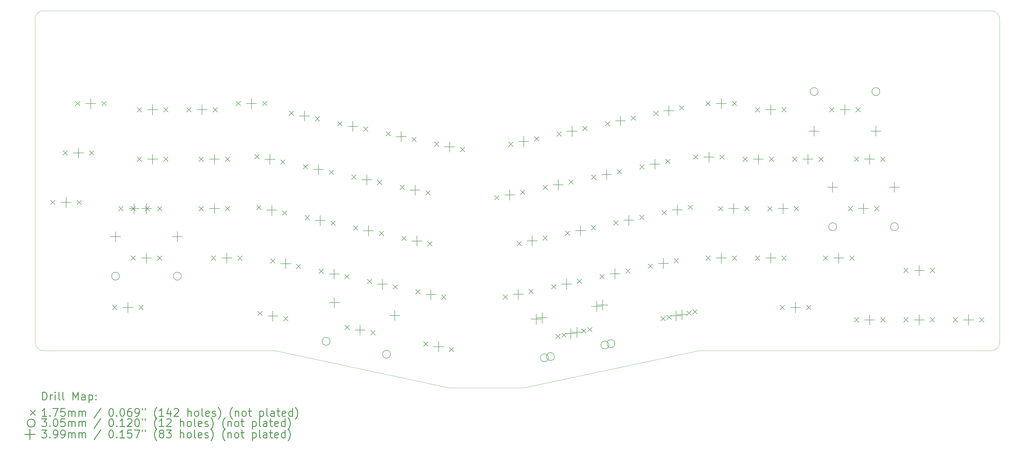
<source format=gbr>
%FSLAX45Y45*%
G04 Gerber Fmt 4.5, Leading zero omitted, Abs format (unit mm)*
G04 Created by KiCad (PCBNEW (5.1.6)-1) date 2020-09-04 21:54:14*
%MOMM*%
%LPD*%
G01*
G04 APERTURE LIST*
%TA.AperFunction,Profile*%
%ADD10C,0.050000*%
%TD*%
%ADD11C,0.200000*%
%ADD12C,0.300000*%
G04 APERTURE END LIST*
D10*
X2540000Y-8334375D02*
G75*
G02*
X2857500Y-8016875I317500J0D01*
G01*
X18494375Y-22542500D02*
X21351875Y-22542500D01*
X2857500Y-21113750D02*
G75*
G02*
X2540000Y-20796250I0J317500D01*
G01*
X39687500Y-20796250D02*
G75*
G02*
X39370000Y-21113750I-317500J0D01*
G01*
X39370000Y-8016875D02*
G75*
G02*
X39687500Y-8334375I0J-317500D01*
G01*
X28098750Y-21113750D02*
X21351875Y-22542500D01*
X39370000Y-21113750D02*
X28098750Y-21113750D01*
X11782425Y-21113750D02*
X18494375Y-22542500D01*
X2857500Y-21113750D02*
X11782425Y-21113750D01*
X39687500Y-8334375D02*
X39687500Y-20796250D01*
X2857500Y-8016875D02*
X39370000Y-8016875D01*
X2540000Y-8334375D02*
X2540000Y-20796250D01*
D11*
X16661042Y-16692380D02*
X16836042Y-16867380D01*
X16836042Y-16692380D02*
X16661042Y-16867380D01*
X17654840Y-16903618D02*
X17829840Y-17078618D01*
X17829840Y-16903618D02*
X17654840Y-17078618D01*
X6230750Y-17454375D02*
X6405750Y-17629375D01*
X6405750Y-17454375D02*
X6230750Y-17629375D01*
X7246750Y-17454375D02*
X7421750Y-17629375D01*
X7421750Y-17454375D02*
X7246750Y-17629375D01*
X22963397Y-16499676D02*
X23138397Y-16674676D01*
X23138397Y-16499676D02*
X22963397Y-16674676D01*
X23957195Y-16288438D02*
X24132195Y-16463438D01*
X24132195Y-16288438D02*
X23957195Y-16463438D01*
X11606542Y-17565572D02*
X11781542Y-17740572D01*
X11781542Y-17565572D02*
X11606542Y-17740572D01*
X12600340Y-17776810D02*
X12775340Y-17951810D01*
X12775340Y-17776810D02*
X12600340Y-17951810D01*
X22637096Y-12673916D02*
X22812096Y-12848916D01*
X22812096Y-12673916D02*
X22637096Y-12848916D01*
X23630894Y-12462678D02*
X23805894Y-12637678D01*
X23805894Y-12462678D02*
X23630894Y-12637678D01*
X16055657Y-12668584D02*
X16230657Y-12843584D01*
X16230657Y-12668584D02*
X16055657Y-12843584D01*
X17049455Y-12879822D02*
X17224455Y-13054822D01*
X17224455Y-12879822D02*
X17049455Y-13054822D01*
X6230750Y-15549375D02*
X6405750Y-15724375D01*
X6405750Y-15549375D02*
X6230750Y-15724375D01*
X7246750Y-15549375D02*
X7421750Y-15724375D01*
X7421750Y-15549375D02*
X7246750Y-15724375D01*
X35996375Y-17930625D02*
X36171375Y-18105625D01*
X36171375Y-17930625D02*
X35996375Y-18105625D01*
X37012375Y-17930625D02*
X37187375Y-18105625D01*
X37187375Y-17930625D02*
X37012375Y-18105625D01*
X5516375Y-19359375D02*
X5691375Y-19534375D01*
X5691375Y-19359375D02*
X5516375Y-19534375D01*
X6532375Y-19359375D02*
X6707375Y-19534375D01*
X6707375Y-19359375D02*
X6532375Y-19534375D01*
X12934300Y-15900237D02*
X13109300Y-16075237D01*
X13109300Y-15900237D02*
X12934300Y-16075237D01*
X13928098Y-16111475D02*
X14103098Y-16286475D01*
X14103098Y-16111475D02*
X13928098Y-16286475D01*
X30757625Y-15549375D02*
X30932625Y-15724375D01*
X30932625Y-15549375D02*
X30757625Y-15724375D01*
X31773625Y-15549375D02*
X31948625Y-15724375D01*
X31948625Y-15549375D02*
X31773625Y-15724375D01*
X30281375Y-17454375D02*
X30456375Y-17629375D01*
X30456375Y-17454375D02*
X30281375Y-17629375D01*
X31297375Y-17454375D02*
X31472375Y-17629375D01*
X31472375Y-17454375D02*
X31297375Y-17629375D01*
X26154525Y-17768940D02*
X26329525Y-17943940D01*
X26329525Y-17768940D02*
X26154525Y-17943940D01*
X27148323Y-17557702D02*
X27323323Y-17732702D01*
X27323323Y-17557702D02*
X27148323Y-17732702D01*
X14192286Y-12272512D02*
X14367286Y-12447512D01*
X14367286Y-12272512D02*
X14192286Y-12447512D01*
X15186084Y-12483750D02*
X15361084Y-12658750D01*
X15361084Y-12483750D02*
X15186084Y-12658750D01*
X26363838Y-11881772D02*
X26538838Y-12056772D01*
X26538838Y-11881772D02*
X26363838Y-12056772D01*
X27357636Y-11670534D02*
X27532636Y-11845534D01*
X27532636Y-11670534D02*
X27357636Y-11845534D01*
X5754500Y-15549375D02*
X5929500Y-15724375D01*
X5929500Y-15549375D02*
X5754500Y-15724375D01*
X6770500Y-15549375D02*
X6945500Y-15724375D01*
X6945500Y-15549375D02*
X6770500Y-15724375D01*
X33138875Y-11739375D02*
X33313875Y-11914375D01*
X33313875Y-11739375D02*
X33138875Y-11914375D01*
X34154875Y-11739375D02*
X34329875Y-11914375D01*
X34329875Y-11739375D02*
X34154875Y-11914375D01*
X12328915Y-11876440D02*
X12503915Y-12051440D01*
X12503915Y-11876440D02*
X12328915Y-12051440D01*
X13322713Y-12087679D02*
X13497713Y-12262679D01*
X13497713Y-12087679D02*
X13322713Y-12262679D01*
X17196656Y-18753787D02*
X17371656Y-18928787D01*
X17371656Y-18753787D02*
X17196656Y-18928787D01*
X18190454Y-18965025D02*
X18365454Y-19140025D01*
X18365454Y-18965025D02*
X18190454Y-19140025D01*
X11109126Y-19584224D02*
X11284126Y-19759224D01*
X11284126Y-19584224D02*
X11109126Y-19759224D01*
X12102924Y-19795462D02*
X12277924Y-19970462D01*
X12277924Y-19795462D02*
X12102924Y-19970462D01*
X11001158Y-13541776D02*
X11176158Y-13716776D01*
X11176158Y-13541776D02*
X11001158Y-13716776D01*
X11994955Y-13753014D02*
X12169955Y-13928014D01*
X12169955Y-13753014D02*
X11994955Y-13928014D01*
X16591271Y-14729991D02*
X16766271Y-14904991D01*
X16766271Y-14729991D02*
X16591271Y-14904991D01*
X17585069Y-14941229D02*
X17760069Y-15116229D01*
X17760069Y-14941229D02*
X17585069Y-15116229D01*
X20238111Y-15131395D02*
X20413111Y-15306395D01*
X20413111Y-15131395D02*
X20238111Y-15306395D01*
X21231909Y-14920156D02*
X21406909Y-15095156D01*
X21406909Y-14920156D02*
X21231909Y-15095156D01*
X8850125Y-15549375D02*
X9025125Y-15724375D01*
X9025125Y-15549375D02*
X8850125Y-15724375D01*
X9866125Y-15549375D02*
X10041125Y-15724375D01*
X10041125Y-15549375D02*
X9866125Y-15724375D01*
X24500467Y-12277844D02*
X24675467Y-12452844D01*
X24675467Y-12277844D02*
X24500467Y-12452844D01*
X25494265Y-12066606D02*
X25669265Y-12241606D01*
X25669265Y-12066606D02*
X25494265Y-12241606D01*
X28376375Y-11501250D02*
X28551375Y-11676250D01*
X28551375Y-11501250D02*
X28376375Y-11676250D01*
X29392375Y-11501250D02*
X29567375Y-11676250D01*
X29567375Y-11501250D02*
X29392375Y-11676250D01*
X22427783Y-18561083D02*
X22602783Y-18736083D01*
X22602783Y-18561083D02*
X22427783Y-18736083D01*
X23421581Y-18349845D02*
X23596581Y-18524845D01*
X23596581Y-18349845D02*
X23421581Y-18524845D01*
X34091375Y-19835625D02*
X34266375Y-20010625D01*
X34266375Y-19835625D02*
X34091375Y-20010625D01*
X35107375Y-19835625D02*
X35282375Y-20010625D01*
X35282375Y-19835625D02*
X35107375Y-20010625D01*
X12864529Y-13937847D02*
X13039529Y-14112847D01*
X13039529Y-13937847D02*
X12864529Y-14112847D01*
X13858327Y-14149086D02*
X14033327Y-14324086D01*
X14033327Y-14149086D02*
X13858327Y-14324086D01*
X24826768Y-16103604D02*
X25001768Y-16278604D01*
X25001768Y-16103604D02*
X24826768Y-16278604D01*
X25820566Y-15892366D02*
X25995566Y-16067366D01*
X25995566Y-15892366D02*
X25820566Y-16067366D01*
X31233875Y-19359375D02*
X31408875Y-19534375D01*
X31408875Y-19359375D02*
X31233875Y-19534375D01*
X32249875Y-19359375D02*
X32424875Y-19534375D01*
X32424875Y-19359375D02*
X32249875Y-19534375D01*
X24291154Y-18165012D02*
X24466154Y-18340012D01*
X24466154Y-18165012D02*
X24291154Y-18340012D01*
X25284952Y-17953773D02*
X25459952Y-18128773D01*
X25459952Y-17953773D02*
X25284952Y-18128773D01*
X31710125Y-13644375D02*
X31885125Y-13819375D01*
X31885125Y-13644375D02*
X31710125Y-13819375D01*
X32726125Y-13644375D02*
X32901125Y-13819375D01*
X32901125Y-13644375D02*
X32726125Y-13819375D01*
X22590933Y-20473963D02*
X22765933Y-20648963D01*
X22765933Y-20473963D02*
X22590933Y-20648963D01*
X23584731Y-20262725D02*
X23759731Y-20437725D01*
X23759731Y-20262725D02*
X23584731Y-20437725D01*
X20773725Y-13069988D02*
X20948725Y-13244988D01*
X20948725Y-13069988D02*
X20773725Y-13244988D01*
X21767523Y-12858749D02*
X21942523Y-13033749D01*
X21942523Y-12858749D02*
X21767523Y-13033749D01*
X4087625Y-11501250D02*
X4262625Y-11676250D01*
X4262625Y-11501250D02*
X4087625Y-11676250D01*
X5103625Y-11501250D02*
X5278625Y-11676250D01*
X5278625Y-11501250D02*
X5103625Y-11676250D01*
X22101482Y-14735323D02*
X22276482Y-14910323D01*
X22276482Y-14735323D02*
X22101482Y-14910323D01*
X23095280Y-14524085D02*
X23270280Y-14699085D01*
X23270280Y-14524085D02*
X23095280Y-14699085D01*
X30281375Y-11739375D02*
X30456375Y-11914375D01*
X30456375Y-11739375D02*
X30281375Y-11914375D01*
X31297375Y-11739375D02*
X31472375Y-11914375D01*
X31472375Y-11739375D02*
X31297375Y-11914375D01*
X25828224Y-13943179D02*
X26003224Y-14118179D01*
X26003224Y-13943179D02*
X25828224Y-14118179D01*
X26822022Y-13731941D02*
X26997022Y-13906941D01*
X26997022Y-13731941D02*
X26822022Y-13906941D01*
X3135125Y-15311250D02*
X3310125Y-15486250D01*
X3310125Y-15311250D02*
X3135125Y-15486250D01*
X4151125Y-15311250D02*
X4326125Y-15486250D01*
X4326125Y-15311250D02*
X4151125Y-15486250D01*
X34091375Y-13644375D02*
X34266375Y-13819375D01*
X34266375Y-13644375D02*
X34091375Y-13819375D01*
X35107375Y-13644375D02*
X35282375Y-13819375D01*
X35282375Y-13644375D02*
X35107375Y-13819375D01*
X17499348Y-20765685D02*
X17674348Y-20940685D01*
X17674348Y-20765685D02*
X17499348Y-20940685D01*
X18493146Y-20976924D02*
X18668146Y-21151924D01*
X18668146Y-20976924D02*
X18493146Y-21151924D01*
X33853250Y-15549375D02*
X34028250Y-15724375D01*
X34028250Y-15549375D02*
X33853250Y-15724375D01*
X34869250Y-15549375D02*
X35044250Y-15724375D01*
X35044250Y-15549375D02*
X34869250Y-15724375D01*
X37901375Y-19835625D02*
X38076375Y-20010625D01*
X38076375Y-19835625D02*
X37901375Y-20010625D01*
X38917375Y-19835625D02*
X39092375Y-20010625D01*
X39092375Y-19835625D02*
X38917375Y-20010625D01*
X26873726Y-19738119D02*
X27048726Y-19913119D01*
X27048726Y-19738119D02*
X26873726Y-19913119D01*
X27867524Y-19526881D02*
X28042524Y-19701881D01*
X28042524Y-19526881D02*
X27867524Y-19701881D01*
X6468875Y-11739375D02*
X6643875Y-11914375D01*
X6643875Y-11739375D02*
X6468875Y-11914375D01*
X7484875Y-11739375D02*
X7659875Y-11914375D01*
X7659875Y-11739375D02*
X7484875Y-11914375D01*
X23964853Y-14339251D02*
X24139853Y-14514251D01*
X24139853Y-14339251D02*
X23964853Y-14514251D01*
X24958651Y-14128013D02*
X25133651Y-14303013D01*
X25133651Y-14128013D02*
X24958651Y-14303013D01*
X8850125Y-13644375D02*
X9025125Y-13819375D01*
X9025125Y-13644375D02*
X8850125Y-13819375D01*
X9866125Y-13644375D02*
X10041125Y-13819375D01*
X10041125Y-13644375D02*
X9866125Y-13819375D01*
X26690139Y-15707533D02*
X26865139Y-15882533D01*
X26865139Y-15707533D02*
X26690139Y-15882533D01*
X27683937Y-15496294D02*
X27858937Y-15671294D01*
X27858937Y-15496294D02*
X27683937Y-15671294D01*
X21100026Y-16895748D02*
X21275026Y-17070748D01*
X21275026Y-16895748D02*
X21100026Y-17070748D01*
X22093824Y-16684510D02*
X22268824Y-16859510D01*
X22268824Y-16684510D02*
X22093824Y-16859510D01*
X13469913Y-17961644D02*
X13644913Y-18136644D01*
X13644913Y-17961644D02*
X13469913Y-18136644D01*
X14463711Y-18172882D02*
X14638711Y-18347882D01*
X14638711Y-18172882D02*
X14463711Y-18347882D01*
X27900125Y-13565000D02*
X28075125Y-13740000D01*
X28075125Y-13565000D02*
X27900125Y-13740000D01*
X28916125Y-13565000D02*
X29091125Y-13740000D01*
X29091125Y-13565000D02*
X28916125Y-13740000D01*
X28376375Y-17454375D02*
X28551375Y-17629375D01*
X28551375Y-17454375D02*
X28376375Y-17629375D01*
X29392375Y-17454375D02*
X29567375Y-17629375D01*
X29567375Y-17454375D02*
X29392375Y-17629375D01*
X35996375Y-19835625D02*
X36171375Y-20010625D01*
X36171375Y-19835625D02*
X35996375Y-20010625D01*
X37012375Y-19835625D02*
X37187375Y-20010625D01*
X37187375Y-19835625D02*
X37012375Y-20010625D01*
X22823726Y-20423119D02*
X22998726Y-20598119D01*
X22998726Y-20423119D02*
X22823726Y-20598119D01*
X23817524Y-20211881D02*
X23992524Y-20386881D01*
X23992524Y-20211881D02*
X23817524Y-20386881D01*
X8373875Y-11739375D02*
X8548875Y-11914375D01*
X8548875Y-11739375D02*
X8373875Y-11914375D01*
X9389875Y-11739375D02*
X9564875Y-11914375D01*
X9564875Y-11739375D02*
X9389875Y-11914375D01*
X9326375Y-17454375D02*
X9501375Y-17629375D01*
X9501375Y-17454375D02*
X9326375Y-17629375D01*
X10342375Y-17454375D02*
X10517375Y-17629375D01*
X10517375Y-17454375D02*
X10342375Y-17629375D01*
X29805125Y-13644375D02*
X29980125Y-13819375D01*
X29980125Y-13644375D02*
X29805125Y-13819375D01*
X30821125Y-13644375D02*
X30996125Y-13819375D01*
X30996125Y-13644375D02*
X30821125Y-13819375D01*
X14727900Y-14333919D02*
X14902900Y-14508919D01*
X14902900Y-14333919D02*
X14727900Y-14508919D01*
X15721698Y-14545157D02*
X15896698Y-14720157D01*
X15896698Y-14545157D02*
X15721698Y-14720157D01*
X15333285Y-18357715D02*
X15508285Y-18532715D01*
X15508285Y-18357715D02*
X15333285Y-18532715D01*
X16327083Y-18568954D02*
X16502083Y-18743954D01*
X16502083Y-18568954D02*
X16327083Y-18743954D01*
X32900750Y-17454375D02*
X33075750Y-17629375D01*
X33075750Y-17454375D02*
X32900750Y-17629375D01*
X33916750Y-17454375D02*
X34091750Y-17629375D01*
X34091750Y-17454375D02*
X33916750Y-17629375D01*
X14797671Y-16296308D02*
X14972671Y-16471308D01*
X14972671Y-16296308D02*
X14797671Y-16471308D01*
X15791469Y-16507547D02*
X15966469Y-16682547D01*
X15966469Y-16507547D02*
X15791469Y-16682547D01*
X17919028Y-13064656D02*
X18094028Y-13239656D01*
X18094028Y-13064656D02*
X17919028Y-13239656D01*
X18912826Y-13275894D02*
X19087826Y-13450894D01*
X19087826Y-13275894D02*
X18912826Y-13450894D01*
X28852625Y-15549375D02*
X29027625Y-15724375D01*
X29027625Y-15549375D02*
X28852625Y-15724375D01*
X29868625Y-15549375D02*
X30043625Y-15724375D01*
X30043625Y-15549375D02*
X29868625Y-15724375D01*
X14471370Y-20122069D02*
X14646370Y-20297069D01*
X14646370Y-20122069D02*
X14471370Y-20297069D01*
X15465168Y-20333307D02*
X15640168Y-20508307D01*
X15640168Y-20333307D02*
X15465168Y-20508307D01*
X6468875Y-13644375D02*
X6643875Y-13819375D01*
X6643875Y-13644375D02*
X6468875Y-13819375D01*
X7484875Y-13644375D02*
X7659875Y-13819375D01*
X7659875Y-13644375D02*
X7484875Y-13819375D01*
X3611375Y-13406250D02*
X3786375Y-13581250D01*
X3786375Y-13406250D02*
X3611375Y-13581250D01*
X4627375Y-13406250D02*
X4802375Y-13581250D01*
X4802375Y-13406250D02*
X4627375Y-13581250D01*
X10278875Y-11501250D02*
X10453875Y-11676250D01*
X10453875Y-11501250D02*
X10278875Y-11676250D01*
X11294875Y-11501250D02*
X11469875Y-11676250D01*
X11469875Y-11501250D02*
X11294875Y-11676250D01*
X11070929Y-15504165D02*
X11245928Y-15679165D01*
X11245928Y-15504165D02*
X11070929Y-15679165D01*
X12064726Y-15715403D02*
X12239726Y-15890403D01*
X12239726Y-15715403D02*
X12064726Y-15890403D01*
X20564412Y-18957155D02*
X20739412Y-19132155D01*
X20739412Y-18957155D02*
X20564412Y-19132155D01*
X21558210Y-18745917D02*
X21733210Y-18920917D01*
X21733210Y-18745917D02*
X21558210Y-18920917D01*
X26641226Y-19787592D02*
X26816226Y-19962592D01*
X26816226Y-19787592D02*
X26641226Y-19962592D01*
X27635024Y-19576354D02*
X27810024Y-19751354D01*
X27810024Y-19576354D02*
X27635024Y-19751354D01*
X33410525Y-16335375D02*
G75*
G03*
X33410525Y-16335375I-152400J0D01*
G01*
X35791775Y-16335375D02*
G75*
G03*
X35791775Y-16335375I-152400J0D01*
G01*
X22541144Y-21335781D02*
G75*
G03*
X22541144Y-21335781I-152400J0D01*
G01*
X24870358Y-20840691D02*
G75*
G03*
X24870358Y-20840691I-152400J0D01*
G01*
X13898336Y-20750879D02*
G75*
G03*
X13898336Y-20750879I-152400J0D01*
G01*
X16227550Y-21245969D02*
G75*
G03*
X16227550Y-21245969I-152400J0D01*
G01*
X5788025Y-18240375D02*
G75*
G03*
X5788025Y-18240375I-152400J0D01*
G01*
X8169275Y-18240375D02*
G75*
G03*
X8169275Y-18240375I-152400J0D01*
G01*
X32696150Y-11128375D02*
G75*
G03*
X32696150Y-11128375I-152400J0D01*
G01*
X35077400Y-11128375D02*
G75*
G03*
X35077400Y-11128375I-152400J0D01*
G01*
X22308352Y-21386625D02*
G75*
G03*
X22308352Y-21386625I-152400J0D01*
G01*
X24637565Y-20891536D02*
G75*
G03*
X24637565Y-20891536I-152400J0D01*
G01*
X38496875Y-19723735D02*
X38496875Y-20122515D01*
X38297485Y-19923125D02*
X38696265Y-19923125D01*
X27458125Y-19520610D02*
X27458125Y-19919390D01*
X27258735Y-19720000D02*
X27657515Y-19720000D01*
X7064375Y-11627485D02*
X7064375Y-12026265D01*
X6864985Y-11826875D02*
X7263765Y-11826875D01*
X24549252Y-14121742D02*
X24549252Y-14520522D01*
X24349862Y-14321132D02*
X24748642Y-14321132D01*
X9445625Y-13532485D02*
X9445625Y-13931265D01*
X9246235Y-13731875D02*
X9645015Y-13731875D01*
X27274538Y-15490024D02*
X27274538Y-15888804D01*
X27075148Y-15689414D02*
X27473928Y-15689414D01*
X21684425Y-16678239D02*
X21684425Y-17077019D01*
X21485035Y-16877629D02*
X21883815Y-16877629D01*
X14054312Y-17955373D02*
X14054312Y-18354153D01*
X13854922Y-18154763D02*
X14253702Y-18154763D01*
X28495625Y-13453110D02*
X28495625Y-13851890D01*
X28296235Y-13652500D02*
X28695015Y-13652500D01*
X28971875Y-17342485D02*
X28971875Y-17741265D01*
X28772485Y-17541875D02*
X29171265Y-17541875D01*
X36591875Y-19723735D02*
X36591875Y-20122515D01*
X36392485Y-19923125D02*
X36791265Y-19923125D01*
X22071887Y-19645694D02*
X22071887Y-20044474D01*
X21872497Y-19845084D02*
X22271277Y-19845084D01*
X23408125Y-20205610D02*
X23408125Y-20604390D01*
X23208735Y-20405000D02*
X23607515Y-20405000D01*
X24401101Y-19150604D02*
X24401101Y-19549384D01*
X24201711Y-19349994D02*
X24600491Y-19349994D01*
X8969375Y-11627485D02*
X8969375Y-12026265D01*
X8769985Y-11826875D02*
X9168765Y-11826875D01*
X9921875Y-17342485D02*
X9921875Y-17741265D01*
X9722485Y-17541875D02*
X10121265Y-17541875D01*
X30400625Y-13532485D02*
X30400625Y-13931265D01*
X30201235Y-13731875D02*
X30600015Y-13731875D01*
X15312299Y-14327648D02*
X15312299Y-14726428D01*
X15112909Y-14527038D02*
X15511689Y-14527038D01*
X15917684Y-18351445D02*
X15917684Y-18750225D01*
X15718294Y-18550835D02*
X16117074Y-18550835D01*
X33496250Y-17342485D02*
X33496250Y-17741265D01*
X33296860Y-17541875D02*
X33695640Y-17541875D01*
X15382070Y-16290037D02*
X15382070Y-16688817D01*
X15182680Y-16489427D02*
X15581460Y-16489427D01*
X18503427Y-13058385D02*
X18503427Y-13457165D01*
X18304037Y-13257775D02*
X18702817Y-13257775D01*
X29448125Y-15437485D02*
X29448125Y-15836265D01*
X29248735Y-15636875D02*
X29647515Y-15636875D01*
X14062793Y-19060792D02*
X14062793Y-19459572D01*
X13863403Y-19260182D02*
X14262183Y-19260182D01*
X15055769Y-20115798D02*
X15055769Y-20514578D01*
X14856379Y-20315188D02*
X15255159Y-20315188D01*
X16392007Y-19555882D02*
X16392007Y-19954662D01*
X16192617Y-19755272D02*
X16591397Y-19755272D01*
X7064375Y-13532485D02*
X7064375Y-13931265D01*
X6864985Y-13731875D02*
X7263765Y-13731875D01*
X4206875Y-13294360D02*
X4206875Y-13693140D01*
X4007485Y-13493750D02*
X4406265Y-13493750D01*
X10874375Y-11389360D02*
X10874375Y-11788140D01*
X10674985Y-11588750D02*
X11073765Y-11588750D01*
X11655327Y-15497894D02*
X11655327Y-15896674D01*
X11455937Y-15697284D02*
X11854717Y-15697284D01*
X21148811Y-18739646D02*
X21148811Y-19138426D01*
X20949421Y-18939036D02*
X21348201Y-18939036D01*
X27225625Y-19570083D02*
X27225625Y-19968863D01*
X27026235Y-19769473D02*
X27425015Y-19769473D01*
X17245441Y-16686109D02*
X17245441Y-17084889D01*
X17046051Y-16885499D02*
X17444831Y-16885499D01*
X5635625Y-16516985D02*
X5635625Y-16915765D01*
X5436235Y-16716375D02*
X5835015Y-16716375D01*
X6826250Y-17342485D02*
X6826250Y-17741265D01*
X6626860Y-17541875D02*
X7025640Y-17541875D01*
X8016875Y-16516985D02*
X8016875Y-16915765D01*
X7817485Y-16716375D02*
X8216265Y-16716375D01*
X23547796Y-16282167D02*
X23547796Y-16680947D01*
X23348406Y-16481557D02*
X23747186Y-16481557D01*
X12190941Y-17559301D02*
X12190941Y-17958081D01*
X11991551Y-17758691D02*
X12390331Y-17758691D01*
X23221495Y-12456407D02*
X23221495Y-12855187D01*
X23022105Y-12655797D02*
X23420885Y-12655797D01*
X16640056Y-12662313D02*
X16640056Y-13061093D01*
X16440666Y-12861703D02*
X16839446Y-12861703D01*
X6826250Y-15437485D02*
X6826250Y-15836265D01*
X6626860Y-15636875D02*
X7025640Y-15636875D01*
X36591875Y-17818735D02*
X36591875Y-18217515D01*
X36392485Y-18018125D02*
X36791265Y-18018125D01*
X6111875Y-19247485D02*
X6111875Y-19646265D01*
X5912485Y-19446875D02*
X6311265Y-19446875D01*
X13518699Y-15893966D02*
X13518699Y-16292746D01*
X13319309Y-16093356D02*
X13718089Y-16093356D01*
X31353125Y-15437485D02*
X31353125Y-15836265D01*
X31153735Y-15636875D02*
X31552515Y-15636875D01*
X30876875Y-17342485D02*
X30876875Y-17741265D01*
X30677485Y-17541875D02*
X31076265Y-17541875D01*
X26738924Y-17551431D02*
X26738924Y-17950211D01*
X26539534Y-17750821D02*
X26938314Y-17750821D01*
X14776685Y-12266241D02*
X14776685Y-12665021D01*
X14577295Y-12465631D02*
X14976075Y-12465631D01*
X26948237Y-11664263D02*
X26948237Y-12063043D01*
X26748847Y-11863653D02*
X27147627Y-11863653D01*
X6350000Y-15437485D02*
X6350000Y-15836265D01*
X6150610Y-15636875D02*
X6549390Y-15636875D01*
X32543750Y-12452985D02*
X32543750Y-12851765D01*
X32344360Y-12652375D02*
X32743140Y-12652375D01*
X33734375Y-11627485D02*
X33734375Y-12026265D01*
X33534985Y-11826875D02*
X33933765Y-11826875D01*
X34925000Y-12452985D02*
X34925000Y-12851765D01*
X34725610Y-12652375D02*
X35124390Y-12652375D01*
X12913314Y-11870169D02*
X12913314Y-12268949D01*
X12713924Y-12069559D02*
X13112704Y-12069559D01*
X17781055Y-18747516D02*
X17781055Y-19146296D01*
X17581665Y-18946906D02*
X17980445Y-18946906D01*
X11693525Y-19577953D02*
X11693525Y-19976733D01*
X11494135Y-19777343D02*
X11892915Y-19777343D01*
X11585556Y-13535505D02*
X11585556Y-13934285D01*
X11386166Y-13734895D02*
X11784946Y-13734895D01*
X17175670Y-14723720D02*
X17175670Y-15122500D01*
X16976280Y-14923110D02*
X17375060Y-14923110D01*
X20822510Y-14913886D02*
X20822510Y-15312666D01*
X20623120Y-15113276D02*
X21021900Y-15113276D01*
X9445625Y-15437485D02*
X9445625Y-15836265D01*
X9246235Y-15636875D02*
X9645015Y-15636875D01*
X25084866Y-12060335D02*
X25084866Y-12459115D01*
X24885476Y-12259725D02*
X25284256Y-12259725D01*
X28971875Y-11389360D02*
X28971875Y-11788140D01*
X28772485Y-11588750D02*
X29171265Y-11588750D01*
X23012182Y-18343574D02*
X23012182Y-18742354D01*
X22812792Y-18542964D02*
X23211572Y-18542964D01*
X34686875Y-19723735D02*
X34686875Y-20122515D01*
X34487485Y-19923125D02*
X34886265Y-19923125D01*
X13448928Y-13931577D02*
X13448928Y-14330357D01*
X13249538Y-14130967D02*
X13648318Y-14130967D01*
X25411167Y-15886095D02*
X25411167Y-16284875D01*
X25211777Y-16085485D02*
X25610557Y-16085485D01*
X31829375Y-19247485D02*
X31829375Y-19646265D01*
X31629985Y-19446875D02*
X32028765Y-19446875D01*
X24875553Y-17947502D02*
X24875553Y-18346282D01*
X24676163Y-18146892D02*
X25074943Y-18146892D01*
X32305625Y-13532485D02*
X32305625Y-13931265D01*
X32106235Y-13731875D02*
X32505015Y-13731875D01*
X21839094Y-19696538D02*
X21839094Y-20095318D01*
X21639704Y-19895928D02*
X22038484Y-19895928D01*
X23175332Y-20256454D02*
X23175332Y-20655234D01*
X22975942Y-20455844D02*
X23374722Y-20455844D01*
X24168308Y-19201449D02*
X24168308Y-19600229D01*
X23968918Y-19400839D02*
X24367698Y-19400839D01*
X21358124Y-12852479D02*
X21358124Y-13251259D01*
X21158734Y-13051869D02*
X21557514Y-13051869D01*
X4683125Y-11389360D02*
X4683125Y-11788140D01*
X4483735Y-11588750D02*
X4882515Y-11588750D01*
X22685881Y-14517814D02*
X22685881Y-14916594D01*
X22486491Y-14717204D02*
X22885271Y-14717204D01*
X30876875Y-11627485D02*
X30876875Y-12026265D01*
X30677485Y-11826875D02*
X31076265Y-11826875D01*
X26412623Y-13725670D02*
X26412623Y-14124450D01*
X26213233Y-13925060D02*
X26612013Y-13925060D01*
X3730625Y-15199360D02*
X3730625Y-15598140D01*
X3531235Y-15398750D02*
X3930015Y-15398750D01*
X34686875Y-13532485D02*
X34686875Y-13931265D01*
X34487485Y-13731875D02*
X34886265Y-13731875D01*
X18083747Y-20759414D02*
X18083747Y-21158194D01*
X17884357Y-20958804D02*
X18283137Y-20958804D01*
X33258125Y-14611985D02*
X33258125Y-15010765D01*
X33058735Y-14811375D02*
X33457515Y-14811375D01*
X34448750Y-15437485D02*
X34448750Y-15836265D01*
X34249360Y-15636875D02*
X34648140Y-15636875D01*
X35639375Y-14611985D02*
X35639375Y-15010765D01*
X35439985Y-14811375D02*
X35838765Y-14811375D01*
D12*
X2823928Y-23010714D02*
X2823928Y-22710714D01*
X2895357Y-22710714D01*
X2938214Y-22725000D01*
X2966786Y-22753571D01*
X2981071Y-22782143D01*
X2995357Y-22839286D01*
X2995357Y-22882143D01*
X2981071Y-22939286D01*
X2966786Y-22967857D01*
X2938214Y-22996429D01*
X2895357Y-23010714D01*
X2823928Y-23010714D01*
X3123928Y-23010714D02*
X3123928Y-22810714D01*
X3123928Y-22867857D02*
X3138214Y-22839286D01*
X3152500Y-22825000D01*
X3181071Y-22810714D01*
X3209643Y-22810714D01*
X3309643Y-23010714D02*
X3309643Y-22810714D01*
X3309643Y-22710714D02*
X3295357Y-22725000D01*
X3309643Y-22739286D01*
X3323928Y-22725000D01*
X3309643Y-22710714D01*
X3309643Y-22739286D01*
X3495357Y-23010714D02*
X3466786Y-22996429D01*
X3452500Y-22967857D01*
X3452500Y-22710714D01*
X3652500Y-23010714D02*
X3623928Y-22996429D01*
X3609643Y-22967857D01*
X3609643Y-22710714D01*
X3995357Y-23010714D02*
X3995357Y-22710714D01*
X4095357Y-22925000D01*
X4195357Y-22710714D01*
X4195357Y-23010714D01*
X4466786Y-23010714D02*
X4466786Y-22853571D01*
X4452500Y-22825000D01*
X4423928Y-22810714D01*
X4366786Y-22810714D01*
X4338214Y-22825000D01*
X4466786Y-22996429D02*
X4438214Y-23010714D01*
X4366786Y-23010714D01*
X4338214Y-22996429D01*
X4323928Y-22967857D01*
X4323928Y-22939286D01*
X4338214Y-22910714D01*
X4366786Y-22896429D01*
X4438214Y-22896429D01*
X4466786Y-22882143D01*
X4609643Y-22810714D02*
X4609643Y-23110714D01*
X4609643Y-22825000D02*
X4638214Y-22810714D01*
X4695357Y-22810714D01*
X4723928Y-22825000D01*
X4738214Y-22839286D01*
X4752500Y-22867857D01*
X4752500Y-22953571D01*
X4738214Y-22982143D01*
X4723928Y-22996429D01*
X4695357Y-23010714D01*
X4638214Y-23010714D01*
X4609643Y-22996429D01*
X4881071Y-22982143D02*
X4895357Y-22996429D01*
X4881071Y-23010714D01*
X4866786Y-22996429D01*
X4881071Y-22982143D01*
X4881071Y-23010714D01*
X4881071Y-22825000D02*
X4895357Y-22839286D01*
X4881071Y-22853571D01*
X4866786Y-22839286D01*
X4881071Y-22825000D01*
X4881071Y-22853571D01*
X2362500Y-23417500D02*
X2537500Y-23592500D01*
X2537500Y-23417500D02*
X2362500Y-23592500D01*
X2981071Y-23640714D02*
X2809643Y-23640714D01*
X2895357Y-23640714D02*
X2895357Y-23340714D01*
X2866786Y-23383571D01*
X2838214Y-23412143D01*
X2809643Y-23426429D01*
X3109643Y-23612143D02*
X3123928Y-23626429D01*
X3109643Y-23640714D01*
X3095357Y-23626429D01*
X3109643Y-23612143D01*
X3109643Y-23640714D01*
X3223928Y-23340714D02*
X3423928Y-23340714D01*
X3295357Y-23640714D01*
X3681071Y-23340714D02*
X3538214Y-23340714D01*
X3523928Y-23483571D01*
X3538214Y-23469286D01*
X3566786Y-23455000D01*
X3638214Y-23455000D01*
X3666786Y-23469286D01*
X3681071Y-23483571D01*
X3695357Y-23512143D01*
X3695357Y-23583571D01*
X3681071Y-23612143D01*
X3666786Y-23626429D01*
X3638214Y-23640714D01*
X3566786Y-23640714D01*
X3538214Y-23626429D01*
X3523928Y-23612143D01*
X3823928Y-23640714D02*
X3823928Y-23440714D01*
X3823928Y-23469286D02*
X3838214Y-23455000D01*
X3866786Y-23440714D01*
X3909643Y-23440714D01*
X3938214Y-23455000D01*
X3952500Y-23483571D01*
X3952500Y-23640714D01*
X3952500Y-23483571D02*
X3966786Y-23455000D01*
X3995357Y-23440714D01*
X4038214Y-23440714D01*
X4066786Y-23455000D01*
X4081071Y-23483571D01*
X4081071Y-23640714D01*
X4223928Y-23640714D02*
X4223928Y-23440714D01*
X4223928Y-23469286D02*
X4238214Y-23455000D01*
X4266786Y-23440714D01*
X4309643Y-23440714D01*
X4338214Y-23455000D01*
X4352500Y-23483571D01*
X4352500Y-23640714D01*
X4352500Y-23483571D02*
X4366786Y-23455000D01*
X4395357Y-23440714D01*
X4438214Y-23440714D01*
X4466786Y-23455000D01*
X4481071Y-23483571D01*
X4481071Y-23640714D01*
X5066786Y-23326429D02*
X4809643Y-23712143D01*
X5452500Y-23340714D02*
X5481071Y-23340714D01*
X5509643Y-23355000D01*
X5523928Y-23369286D01*
X5538214Y-23397857D01*
X5552500Y-23455000D01*
X5552500Y-23526429D01*
X5538214Y-23583571D01*
X5523928Y-23612143D01*
X5509643Y-23626429D01*
X5481071Y-23640714D01*
X5452500Y-23640714D01*
X5423928Y-23626429D01*
X5409643Y-23612143D01*
X5395357Y-23583571D01*
X5381071Y-23526429D01*
X5381071Y-23455000D01*
X5395357Y-23397857D01*
X5409643Y-23369286D01*
X5423928Y-23355000D01*
X5452500Y-23340714D01*
X5681071Y-23612143D02*
X5695357Y-23626429D01*
X5681071Y-23640714D01*
X5666786Y-23626429D01*
X5681071Y-23612143D01*
X5681071Y-23640714D01*
X5881071Y-23340714D02*
X5909643Y-23340714D01*
X5938214Y-23355000D01*
X5952500Y-23369286D01*
X5966786Y-23397857D01*
X5981071Y-23455000D01*
X5981071Y-23526429D01*
X5966786Y-23583571D01*
X5952500Y-23612143D01*
X5938214Y-23626429D01*
X5909643Y-23640714D01*
X5881071Y-23640714D01*
X5852500Y-23626429D01*
X5838214Y-23612143D01*
X5823928Y-23583571D01*
X5809643Y-23526429D01*
X5809643Y-23455000D01*
X5823928Y-23397857D01*
X5838214Y-23369286D01*
X5852500Y-23355000D01*
X5881071Y-23340714D01*
X6238214Y-23340714D02*
X6181071Y-23340714D01*
X6152500Y-23355000D01*
X6138214Y-23369286D01*
X6109643Y-23412143D01*
X6095357Y-23469286D01*
X6095357Y-23583571D01*
X6109643Y-23612143D01*
X6123928Y-23626429D01*
X6152500Y-23640714D01*
X6209643Y-23640714D01*
X6238214Y-23626429D01*
X6252500Y-23612143D01*
X6266786Y-23583571D01*
X6266786Y-23512143D01*
X6252500Y-23483571D01*
X6238214Y-23469286D01*
X6209643Y-23455000D01*
X6152500Y-23455000D01*
X6123928Y-23469286D01*
X6109643Y-23483571D01*
X6095357Y-23512143D01*
X6409643Y-23640714D02*
X6466786Y-23640714D01*
X6495357Y-23626429D01*
X6509643Y-23612143D01*
X6538214Y-23569286D01*
X6552500Y-23512143D01*
X6552500Y-23397857D01*
X6538214Y-23369286D01*
X6523928Y-23355000D01*
X6495357Y-23340714D01*
X6438214Y-23340714D01*
X6409643Y-23355000D01*
X6395357Y-23369286D01*
X6381071Y-23397857D01*
X6381071Y-23469286D01*
X6395357Y-23497857D01*
X6409643Y-23512143D01*
X6438214Y-23526429D01*
X6495357Y-23526429D01*
X6523928Y-23512143D01*
X6538214Y-23497857D01*
X6552500Y-23469286D01*
X6666786Y-23340714D02*
X6666786Y-23397857D01*
X6781071Y-23340714D02*
X6781071Y-23397857D01*
X7223928Y-23755000D02*
X7209643Y-23740714D01*
X7181071Y-23697857D01*
X7166786Y-23669286D01*
X7152500Y-23626429D01*
X7138214Y-23555000D01*
X7138214Y-23497857D01*
X7152500Y-23426429D01*
X7166786Y-23383571D01*
X7181071Y-23355000D01*
X7209643Y-23312143D01*
X7223928Y-23297857D01*
X7495357Y-23640714D02*
X7323928Y-23640714D01*
X7409643Y-23640714D02*
X7409643Y-23340714D01*
X7381071Y-23383571D01*
X7352500Y-23412143D01*
X7323928Y-23426429D01*
X7752500Y-23440714D02*
X7752500Y-23640714D01*
X7681071Y-23326429D02*
X7609643Y-23540714D01*
X7795357Y-23540714D01*
X7895357Y-23369286D02*
X7909643Y-23355000D01*
X7938214Y-23340714D01*
X8009643Y-23340714D01*
X8038214Y-23355000D01*
X8052500Y-23369286D01*
X8066786Y-23397857D01*
X8066786Y-23426429D01*
X8052500Y-23469286D01*
X7881071Y-23640714D01*
X8066786Y-23640714D01*
X8423928Y-23640714D02*
X8423928Y-23340714D01*
X8552500Y-23640714D02*
X8552500Y-23483571D01*
X8538214Y-23455000D01*
X8509643Y-23440714D01*
X8466786Y-23440714D01*
X8438214Y-23455000D01*
X8423928Y-23469286D01*
X8738214Y-23640714D02*
X8709643Y-23626429D01*
X8695357Y-23612143D01*
X8681071Y-23583571D01*
X8681071Y-23497857D01*
X8695357Y-23469286D01*
X8709643Y-23455000D01*
X8738214Y-23440714D01*
X8781071Y-23440714D01*
X8809643Y-23455000D01*
X8823928Y-23469286D01*
X8838214Y-23497857D01*
X8838214Y-23583571D01*
X8823928Y-23612143D01*
X8809643Y-23626429D01*
X8781071Y-23640714D01*
X8738214Y-23640714D01*
X9009643Y-23640714D02*
X8981071Y-23626429D01*
X8966786Y-23597857D01*
X8966786Y-23340714D01*
X9238214Y-23626429D02*
X9209643Y-23640714D01*
X9152500Y-23640714D01*
X9123928Y-23626429D01*
X9109643Y-23597857D01*
X9109643Y-23483571D01*
X9123928Y-23455000D01*
X9152500Y-23440714D01*
X9209643Y-23440714D01*
X9238214Y-23455000D01*
X9252500Y-23483571D01*
X9252500Y-23512143D01*
X9109643Y-23540714D01*
X9366786Y-23626429D02*
X9395357Y-23640714D01*
X9452500Y-23640714D01*
X9481071Y-23626429D01*
X9495357Y-23597857D01*
X9495357Y-23583571D01*
X9481071Y-23555000D01*
X9452500Y-23540714D01*
X9409643Y-23540714D01*
X9381071Y-23526429D01*
X9366786Y-23497857D01*
X9366786Y-23483571D01*
X9381071Y-23455000D01*
X9409643Y-23440714D01*
X9452500Y-23440714D01*
X9481071Y-23455000D01*
X9595357Y-23755000D02*
X9609643Y-23740714D01*
X9638214Y-23697857D01*
X9652500Y-23669286D01*
X9666786Y-23626429D01*
X9681071Y-23555000D01*
X9681071Y-23497857D01*
X9666786Y-23426429D01*
X9652500Y-23383571D01*
X9638214Y-23355000D01*
X9609643Y-23312143D01*
X9595357Y-23297857D01*
X10138214Y-23755000D02*
X10123928Y-23740714D01*
X10095357Y-23697857D01*
X10081071Y-23669286D01*
X10066786Y-23626429D01*
X10052500Y-23555000D01*
X10052500Y-23497857D01*
X10066786Y-23426429D01*
X10081071Y-23383571D01*
X10095357Y-23355000D01*
X10123928Y-23312143D01*
X10138214Y-23297857D01*
X10252500Y-23440714D02*
X10252500Y-23640714D01*
X10252500Y-23469286D02*
X10266786Y-23455000D01*
X10295357Y-23440714D01*
X10338214Y-23440714D01*
X10366786Y-23455000D01*
X10381071Y-23483571D01*
X10381071Y-23640714D01*
X10566786Y-23640714D02*
X10538214Y-23626429D01*
X10523928Y-23612143D01*
X10509643Y-23583571D01*
X10509643Y-23497857D01*
X10523928Y-23469286D01*
X10538214Y-23455000D01*
X10566786Y-23440714D01*
X10609643Y-23440714D01*
X10638214Y-23455000D01*
X10652500Y-23469286D01*
X10666786Y-23497857D01*
X10666786Y-23583571D01*
X10652500Y-23612143D01*
X10638214Y-23626429D01*
X10609643Y-23640714D01*
X10566786Y-23640714D01*
X10752500Y-23440714D02*
X10866786Y-23440714D01*
X10795357Y-23340714D02*
X10795357Y-23597857D01*
X10809643Y-23626429D01*
X10838214Y-23640714D01*
X10866786Y-23640714D01*
X11195357Y-23440714D02*
X11195357Y-23740714D01*
X11195357Y-23455000D02*
X11223928Y-23440714D01*
X11281071Y-23440714D01*
X11309643Y-23455000D01*
X11323928Y-23469286D01*
X11338214Y-23497857D01*
X11338214Y-23583571D01*
X11323928Y-23612143D01*
X11309643Y-23626429D01*
X11281071Y-23640714D01*
X11223928Y-23640714D01*
X11195357Y-23626429D01*
X11509643Y-23640714D02*
X11481071Y-23626429D01*
X11466786Y-23597857D01*
X11466786Y-23340714D01*
X11752500Y-23640714D02*
X11752500Y-23483571D01*
X11738214Y-23455000D01*
X11709643Y-23440714D01*
X11652500Y-23440714D01*
X11623928Y-23455000D01*
X11752500Y-23626429D02*
X11723928Y-23640714D01*
X11652500Y-23640714D01*
X11623928Y-23626429D01*
X11609643Y-23597857D01*
X11609643Y-23569286D01*
X11623928Y-23540714D01*
X11652500Y-23526429D01*
X11723928Y-23526429D01*
X11752500Y-23512143D01*
X11852500Y-23440714D02*
X11966786Y-23440714D01*
X11895357Y-23340714D02*
X11895357Y-23597857D01*
X11909643Y-23626429D01*
X11938214Y-23640714D01*
X11966786Y-23640714D01*
X12181071Y-23626429D02*
X12152500Y-23640714D01*
X12095357Y-23640714D01*
X12066786Y-23626429D01*
X12052500Y-23597857D01*
X12052500Y-23483571D01*
X12066786Y-23455000D01*
X12095357Y-23440714D01*
X12152500Y-23440714D01*
X12181071Y-23455000D01*
X12195357Y-23483571D01*
X12195357Y-23512143D01*
X12052500Y-23540714D01*
X12452500Y-23640714D02*
X12452500Y-23340714D01*
X12452500Y-23626429D02*
X12423928Y-23640714D01*
X12366786Y-23640714D01*
X12338214Y-23626429D01*
X12323928Y-23612143D01*
X12309643Y-23583571D01*
X12309643Y-23497857D01*
X12323928Y-23469286D01*
X12338214Y-23455000D01*
X12366786Y-23440714D01*
X12423928Y-23440714D01*
X12452500Y-23455000D01*
X12566786Y-23755000D02*
X12581071Y-23740714D01*
X12609643Y-23697857D01*
X12623928Y-23669286D01*
X12638214Y-23626429D01*
X12652500Y-23555000D01*
X12652500Y-23497857D01*
X12638214Y-23426429D01*
X12623928Y-23383571D01*
X12609643Y-23355000D01*
X12581071Y-23312143D01*
X12566786Y-23297857D01*
X2537500Y-23901000D02*
G75*
G03*
X2537500Y-23901000I-152400J0D01*
G01*
X2795357Y-23736714D02*
X2981071Y-23736714D01*
X2881071Y-23851000D01*
X2923928Y-23851000D01*
X2952500Y-23865286D01*
X2966786Y-23879571D01*
X2981071Y-23908143D01*
X2981071Y-23979571D01*
X2966786Y-24008143D01*
X2952500Y-24022429D01*
X2923928Y-24036714D01*
X2838214Y-24036714D01*
X2809643Y-24022429D01*
X2795357Y-24008143D01*
X3109643Y-24008143D02*
X3123928Y-24022429D01*
X3109643Y-24036714D01*
X3095357Y-24022429D01*
X3109643Y-24008143D01*
X3109643Y-24036714D01*
X3309643Y-23736714D02*
X3338214Y-23736714D01*
X3366786Y-23751000D01*
X3381071Y-23765286D01*
X3395357Y-23793857D01*
X3409643Y-23851000D01*
X3409643Y-23922429D01*
X3395357Y-23979571D01*
X3381071Y-24008143D01*
X3366786Y-24022429D01*
X3338214Y-24036714D01*
X3309643Y-24036714D01*
X3281071Y-24022429D01*
X3266786Y-24008143D01*
X3252500Y-23979571D01*
X3238214Y-23922429D01*
X3238214Y-23851000D01*
X3252500Y-23793857D01*
X3266786Y-23765286D01*
X3281071Y-23751000D01*
X3309643Y-23736714D01*
X3681071Y-23736714D02*
X3538214Y-23736714D01*
X3523928Y-23879571D01*
X3538214Y-23865286D01*
X3566786Y-23851000D01*
X3638214Y-23851000D01*
X3666786Y-23865286D01*
X3681071Y-23879571D01*
X3695357Y-23908143D01*
X3695357Y-23979571D01*
X3681071Y-24008143D01*
X3666786Y-24022429D01*
X3638214Y-24036714D01*
X3566786Y-24036714D01*
X3538214Y-24022429D01*
X3523928Y-24008143D01*
X3823928Y-24036714D02*
X3823928Y-23836714D01*
X3823928Y-23865286D02*
X3838214Y-23851000D01*
X3866786Y-23836714D01*
X3909643Y-23836714D01*
X3938214Y-23851000D01*
X3952500Y-23879571D01*
X3952500Y-24036714D01*
X3952500Y-23879571D02*
X3966786Y-23851000D01*
X3995357Y-23836714D01*
X4038214Y-23836714D01*
X4066786Y-23851000D01*
X4081071Y-23879571D01*
X4081071Y-24036714D01*
X4223928Y-24036714D02*
X4223928Y-23836714D01*
X4223928Y-23865286D02*
X4238214Y-23851000D01*
X4266786Y-23836714D01*
X4309643Y-23836714D01*
X4338214Y-23851000D01*
X4352500Y-23879571D01*
X4352500Y-24036714D01*
X4352500Y-23879571D02*
X4366786Y-23851000D01*
X4395357Y-23836714D01*
X4438214Y-23836714D01*
X4466786Y-23851000D01*
X4481071Y-23879571D01*
X4481071Y-24036714D01*
X5066786Y-23722429D02*
X4809643Y-24108143D01*
X5452500Y-23736714D02*
X5481071Y-23736714D01*
X5509643Y-23751000D01*
X5523928Y-23765286D01*
X5538214Y-23793857D01*
X5552500Y-23851000D01*
X5552500Y-23922429D01*
X5538214Y-23979571D01*
X5523928Y-24008143D01*
X5509643Y-24022429D01*
X5481071Y-24036714D01*
X5452500Y-24036714D01*
X5423928Y-24022429D01*
X5409643Y-24008143D01*
X5395357Y-23979571D01*
X5381071Y-23922429D01*
X5381071Y-23851000D01*
X5395357Y-23793857D01*
X5409643Y-23765286D01*
X5423928Y-23751000D01*
X5452500Y-23736714D01*
X5681071Y-24008143D02*
X5695357Y-24022429D01*
X5681071Y-24036714D01*
X5666786Y-24022429D01*
X5681071Y-24008143D01*
X5681071Y-24036714D01*
X5981071Y-24036714D02*
X5809643Y-24036714D01*
X5895357Y-24036714D02*
X5895357Y-23736714D01*
X5866786Y-23779571D01*
X5838214Y-23808143D01*
X5809643Y-23822429D01*
X6095357Y-23765286D02*
X6109643Y-23751000D01*
X6138214Y-23736714D01*
X6209643Y-23736714D01*
X6238214Y-23751000D01*
X6252500Y-23765286D01*
X6266786Y-23793857D01*
X6266786Y-23822429D01*
X6252500Y-23865286D01*
X6081071Y-24036714D01*
X6266786Y-24036714D01*
X6452500Y-23736714D02*
X6481071Y-23736714D01*
X6509643Y-23751000D01*
X6523928Y-23765286D01*
X6538214Y-23793857D01*
X6552500Y-23851000D01*
X6552500Y-23922429D01*
X6538214Y-23979571D01*
X6523928Y-24008143D01*
X6509643Y-24022429D01*
X6481071Y-24036714D01*
X6452500Y-24036714D01*
X6423928Y-24022429D01*
X6409643Y-24008143D01*
X6395357Y-23979571D01*
X6381071Y-23922429D01*
X6381071Y-23851000D01*
X6395357Y-23793857D01*
X6409643Y-23765286D01*
X6423928Y-23751000D01*
X6452500Y-23736714D01*
X6666786Y-23736714D02*
X6666786Y-23793857D01*
X6781071Y-23736714D02*
X6781071Y-23793857D01*
X7223928Y-24151000D02*
X7209643Y-24136714D01*
X7181071Y-24093857D01*
X7166786Y-24065286D01*
X7152500Y-24022429D01*
X7138214Y-23951000D01*
X7138214Y-23893857D01*
X7152500Y-23822429D01*
X7166786Y-23779571D01*
X7181071Y-23751000D01*
X7209643Y-23708143D01*
X7223928Y-23693857D01*
X7495357Y-24036714D02*
X7323928Y-24036714D01*
X7409643Y-24036714D02*
X7409643Y-23736714D01*
X7381071Y-23779571D01*
X7352500Y-23808143D01*
X7323928Y-23822429D01*
X7609643Y-23765286D02*
X7623928Y-23751000D01*
X7652500Y-23736714D01*
X7723928Y-23736714D01*
X7752500Y-23751000D01*
X7766786Y-23765286D01*
X7781071Y-23793857D01*
X7781071Y-23822429D01*
X7766786Y-23865286D01*
X7595357Y-24036714D01*
X7781071Y-24036714D01*
X8138214Y-24036714D02*
X8138214Y-23736714D01*
X8266786Y-24036714D02*
X8266786Y-23879571D01*
X8252500Y-23851000D01*
X8223928Y-23836714D01*
X8181071Y-23836714D01*
X8152500Y-23851000D01*
X8138214Y-23865286D01*
X8452500Y-24036714D02*
X8423928Y-24022429D01*
X8409643Y-24008143D01*
X8395357Y-23979571D01*
X8395357Y-23893857D01*
X8409643Y-23865286D01*
X8423928Y-23851000D01*
X8452500Y-23836714D01*
X8495357Y-23836714D01*
X8523928Y-23851000D01*
X8538214Y-23865286D01*
X8552500Y-23893857D01*
X8552500Y-23979571D01*
X8538214Y-24008143D01*
X8523928Y-24022429D01*
X8495357Y-24036714D01*
X8452500Y-24036714D01*
X8723928Y-24036714D02*
X8695357Y-24022429D01*
X8681071Y-23993857D01*
X8681071Y-23736714D01*
X8952500Y-24022429D02*
X8923928Y-24036714D01*
X8866786Y-24036714D01*
X8838214Y-24022429D01*
X8823928Y-23993857D01*
X8823928Y-23879571D01*
X8838214Y-23851000D01*
X8866786Y-23836714D01*
X8923928Y-23836714D01*
X8952500Y-23851000D01*
X8966786Y-23879571D01*
X8966786Y-23908143D01*
X8823928Y-23936714D01*
X9081071Y-24022429D02*
X9109643Y-24036714D01*
X9166786Y-24036714D01*
X9195357Y-24022429D01*
X9209643Y-23993857D01*
X9209643Y-23979571D01*
X9195357Y-23951000D01*
X9166786Y-23936714D01*
X9123928Y-23936714D01*
X9095357Y-23922429D01*
X9081071Y-23893857D01*
X9081071Y-23879571D01*
X9095357Y-23851000D01*
X9123928Y-23836714D01*
X9166786Y-23836714D01*
X9195357Y-23851000D01*
X9309643Y-24151000D02*
X9323928Y-24136714D01*
X9352500Y-24093857D01*
X9366786Y-24065286D01*
X9381071Y-24022429D01*
X9395357Y-23951000D01*
X9395357Y-23893857D01*
X9381071Y-23822429D01*
X9366786Y-23779571D01*
X9352500Y-23751000D01*
X9323928Y-23708143D01*
X9309643Y-23693857D01*
X9852500Y-24151000D02*
X9838214Y-24136714D01*
X9809643Y-24093857D01*
X9795357Y-24065286D01*
X9781071Y-24022429D01*
X9766786Y-23951000D01*
X9766786Y-23893857D01*
X9781071Y-23822429D01*
X9795357Y-23779571D01*
X9809643Y-23751000D01*
X9838214Y-23708143D01*
X9852500Y-23693857D01*
X9966786Y-23836714D02*
X9966786Y-24036714D01*
X9966786Y-23865286D02*
X9981071Y-23851000D01*
X10009643Y-23836714D01*
X10052500Y-23836714D01*
X10081071Y-23851000D01*
X10095357Y-23879571D01*
X10095357Y-24036714D01*
X10281071Y-24036714D02*
X10252500Y-24022429D01*
X10238214Y-24008143D01*
X10223928Y-23979571D01*
X10223928Y-23893857D01*
X10238214Y-23865286D01*
X10252500Y-23851000D01*
X10281071Y-23836714D01*
X10323928Y-23836714D01*
X10352500Y-23851000D01*
X10366786Y-23865286D01*
X10381071Y-23893857D01*
X10381071Y-23979571D01*
X10366786Y-24008143D01*
X10352500Y-24022429D01*
X10323928Y-24036714D01*
X10281071Y-24036714D01*
X10466786Y-23836714D02*
X10581071Y-23836714D01*
X10509643Y-23736714D02*
X10509643Y-23993857D01*
X10523928Y-24022429D01*
X10552500Y-24036714D01*
X10581071Y-24036714D01*
X10909643Y-23836714D02*
X10909643Y-24136714D01*
X10909643Y-23851000D02*
X10938214Y-23836714D01*
X10995357Y-23836714D01*
X11023928Y-23851000D01*
X11038214Y-23865286D01*
X11052500Y-23893857D01*
X11052500Y-23979571D01*
X11038214Y-24008143D01*
X11023928Y-24022429D01*
X10995357Y-24036714D01*
X10938214Y-24036714D01*
X10909643Y-24022429D01*
X11223928Y-24036714D02*
X11195357Y-24022429D01*
X11181071Y-23993857D01*
X11181071Y-23736714D01*
X11466786Y-24036714D02*
X11466786Y-23879571D01*
X11452500Y-23851000D01*
X11423928Y-23836714D01*
X11366786Y-23836714D01*
X11338214Y-23851000D01*
X11466786Y-24022429D02*
X11438214Y-24036714D01*
X11366786Y-24036714D01*
X11338214Y-24022429D01*
X11323928Y-23993857D01*
X11323928Y-23965286D01*
X11338214Y-23936714D01*
X11366786Y-23922429D01*
X11438214Y-23922429D01*
X11466786Y-23908143D01*
X11566786Y-23836714D02*
X11681071Y-23836714D01*
X11609643Y-23736714D02*
X11609643Y-23993857D01*
X11623928Y-24022429D01*
X11652500Y-24036714D01*
X11681071Y-24036714D01*
X11895357Y-24022429D02*
X11866786Y-24036714D01*
X11809643Y-24036714D01*
X11781071Y-24022429D01*
X11766786Y-23993857D01*
X11766786Y-23879571D01*
X11781071Y-23851000D01*
X11809643Y-23836714D01*
X11866786Y-23836714D01*
X11895357Y-23851000D01*
X11909643Y-23879571D01*
X11909643Y-23908143D01*
X11766786Y-23936714D01*
X12166786Y-24036714D02*
X12166786Y-23736714D01*
X12166786Y-24022429D02*
X12138214Y-24036714D01*
X12081071Y-24036714D01*
X12052500Y-24022429D01*
X12038214Y-24008143D01*
X12023928Y-23979571D01*
X12023928Y-23893857D01*
X12038214Y-23865286D01*
X12052500Y-23851000D01*
X12081071Y-23836714D01*
X12138214Y-23836714D01*
X12166786Y-23851000D01*
X12281071Y-24151000D02*
X12295357Y-24136714D01*
X12323928Y-24093857D01*
X12338214Y-24065286D01*
X12352500Y-24022429D01*
X12366786Y-23951000D01*
X12366786Y-23893857D01*
X12352500Y-23822429D01*
X12338214Y-23779571D01*
X12323928Y-23751000D01*
X12295357Y-23708143D01*
X12281071Y-23693857D01*
X2338110Y-24136410D02*
X2338110Y-24535190D01*
X2138720Y-24335800D02*
X2537500Y-24335800D01*
X2795357Y-24171514D02*
X2981071Y-24171514D01*
X2881071Y-24285800D01*
X2923928Y-24285800D01*
X2952500Y-24300086D01*
X2966786Y-24314371D01*
X2981071Y-24342943D01*
X2981071Y-24414371D01*
X2966786Y-24442943D01*
X2952500Y-24457229D01*
X2923928Y-24471514D01*
X2838214Y-24471514D01*
X2809643Y-24457229D01*
X2795357Y-24442943D01*
X3109643Y-24442943D02*
X3123928Y-24457229D01*
X3109643Y-24471514D01*
X3095357Y-24457229D01*
X3109643Y-24442943D01*
X3109643Y-24471514D01*
X3266786Y-24471514D02*
X3323928Y-24471514D01*
X3352500Y-24457229D01*
X3366786Y-24442943D01*
X3395357Y-24400086D01*
X3409643Y-24342943D01*
X3409643Y-24228657D01*
X3395357Y-24200086D01*
X3381071Y-24185800D01*
X3352500Y-24171514D01*
X3295357Y-24171514D01*
X3266786Y-24185800D01*
X3252500Y-24200086D01*
X3238214Y-24228657D01*
X3238214Y-24300086D01*
X3252500Y-24328657D01*
X3266786Y-24342943D01*
X3295357Y-24357229D01*
X3352500Y-24357229D01*
X3381071Y-24342943D01*
X3395357Y-24328657D01*
X3409643Y-24300086D01*
X3552500Y-24471514D02*
X3609643Y-24471514D01*
X3638214Y-24457229D01*
X3652500Y-24442943D01*
X3681071Y-24400086D01*
X3695357Y-24342943D01*
X3695357Y-24228657D01*
X3681071Y-24200086D01*
X3666786Y-24185800D01*
X3638214Y-24171514D01*
X3581071Y-24171514D01*
X3552500Y-24185800D01*
X3538214Y-24200086D01*
X3523928Y-24228657D01*
X3523928Y-24300086D01*
X3538214Y-24328657D01*
X3552500Y-24342943D01*
X3581071Y-24357229D01*
X3638214Y-24357229D01*
X3666786Y-24342943D01*
X3681071Y-24328657D01*
X3695357Y-24300086D01*
X3823928Y-24471514D02*
X3823928Y-24271514D01*
X3823928Y-24300086D02*
X3838214Y-24285800D01*
X3866786Y-24271514D01*
X3909643Y-24271514D01*
X3938214Y-24285800D01*
X3952500Y-24314371D01*
X3952500Y-24471514D01*
X3952500Y-24314371D02*
X3966786Y-24285800D01*
X3995357Y-24271514D01*
X4038214Y-24271514D01*
X4066786Y-24285800D01*
X4081071Y-24314371D01*
X4081071Y-24471514D01*
X4223928Y-24471514D02*
X4223928Y-24271514D01*
X4223928Y-24300086D02*
X4238214Y-24285800D01*
X4266786Y-24271514D01*
X4309643Y-24271514D01*
X4338214Y-24285800D01*
X4352500Y-24314371D01*
X4352500Y-24471514D01*
X4352500Y-24314371D02*
X4366786Y-24285800D01*
X4395357Y-24271514D01*
X4438214Y-24271514D01*
X4466786Y-24285800D01*
X4481071Y-24314371D01*
X4481071Y-24471514D01*
X5066786Y-24157229D02*
X4809643Y-24542943D01*
X5452500Y-24171514D02*
X5481071Y-24171514D01*
X5509643Y-24185800D01*
X5523928Y-24200086D01*
X5538214Y-24228657D01*
X5552500Y-24285800D01*
X5552500Y-24357229D01*
X5538214Y-24414371D01*
X5523928Y-24442943D01*
X5509643Y-24457229D01*
X5481071Y-24471514D01*
X5452500Y-24471514D01*
X5423928Y-24457229D01*
X5409643Y-24442943D01*
X5395357Y-24414371D01*
X5381071Y-24357229D01*
X5381071Y-24285800D01*
X5395357Y-24228657D01*
X5409643Y-24200086D01*
X5423928Y-24185800D01*
X5452500Y-24171514D01*
X5681071Y-24442943D02*
X5695357Y-24457229D01*
X5681071Y-24471514D01*
X5666786Y-24457229D01*
X5681071Y-24442943D01*
X5681071Y-24471514D01*
X5981071Y-24471514D02*
X5809643Y-24471514D01*
X5895357Y-24471514D02*
X5895357Y-24171514D01*
X5866786Y-24214371D01*
X5838214Y-24242943D01*
X5809643Y-24257229D01*
X6252500Y-24171514D02*
X6109643Y-24171514D01*
X6095357Y-24314371D01*
X6109643Y-24300086D01*
X6138214Y-24285800D01*
X6209643Y-24285800D01*
X6238214Y-24300086D01*
X6252500Y-24314371D01*
X6266786Y-24342943D01*
X6266786Y-24414371D01*
X6252500Y-24442943D01*
X6238214Y-24457229D01*
X6209643Y-24471514D01*
X6138214Y-24471514D01*
X6109643Y-24457229D01*
X6095357Y-24442943D01*
X6366786Y-24171514D02*
X6566786Y-24171514D01*
X6438214Y-24471514D01*
X6666786Y-24171514D02*
X6666786Y-24228657D01*
X6781071Y-24171514D02*
X6781071Y-24228657D01*
X7223928Y-24585800D02*
X7209643Y-24571514D01*
X7181071Y-24528657D01*
X7166786Y-24500086D01*
X7152500Y-24457229D01*
X7138214Y-24385800D01*
X7138214Y-24328657D01*
X7152500Y-24257229D01*
X7166786Y-24214371D01*
X7181071Y-24185800D01*
X7209643Y-24142943D01*
X7223928Y-24128657D01*
X7381071Y-24300086D02*
X7352500Y-24285800D01*
X7338214Y-24271514D01*
X7323928Y-24242943D01*
X7323928Y-24228657D01*
X7338214Y-24200086D01*
X7352500Y-24185800D01*
X7381071Y-24171514D01*
X7438214Y-24171514D01*
X7466786Y-24185800D01*
X7481071Y-24200086D01*
X7495357Y-24228657D01*
X7495357Y-24242943D01*
X7481071Y-24271514D01*
X7466786Y-24285800D01*
X7438214Y-24300086D01*
X7381071Y-24300086D01*
X7352500Y-24314371D01*
X7338214Y-24328657D01*
X7323928Y-24357229D01*
X7323928Y-24414371D01*
X7338214Y-24442943D01*
X7352500Y-24457229D01*
X7381071Y-24471514D01*
X7438214Y-24471514D01*
X7466786Y-24457229D01*
X7481071Y-24442943D01*
X7495357Y-24414371D01*
X7495357Y-24357229D01*
X7481071Y-24328657D01*
X7466786Y-24314371D01*
X7438214Y-24300086D01*
X7595357Y-24171514D02*
X7781071Y-24171514D01*
X7681071Y-24285800D01*
X7723928Y-24285800D01*
X7752500Y-24300086D01*
X7766786Y-24314371D01*
X7781071Y-24342943D01*
X7781071Y-24414371D01*
X7766786Y-24442943D01*
X7752500Y-24457229D01*
X7723928Y-24471514D01*
X7638214Y-24471514D01*
X7609643Y-24457229D01*
X7595357Y-24442943D01*
X8138214Y-24471514D02*
X8138214Y-24171514D01*
X8266786Y-24471514D02*
X8266786Y-24314371D01*
X8252500Y-24285800D01*
X8223928Y-24271514D01*
X8181071Y-24271514D01*
X8152500Y-24285800D01*
X8138214Y-24300086D01*
X8452500Y-24471514D02*
X8423928Y-24457229D01*
X8409643Y-24442943D01*
X8395357Y-24414371D01*
X8395357Y-24328657D01*
X8409643Y-24300086D01*
X8423928Y-24285800D01*
X8452500Y-24271514D01*
X8495357Y-24271514D01*
X8523928Y-24285800D01*
X8538214Y-24300086D01*
X8552500Y-24328657D01*
X8552500Y-24414371D01*
X8538214Y-24442943D01*
X8523928Y-24457229D01*
X8495357Y-24471514D01*
X8452500Y-24471514D01*
X8723928Y-24471514D02*
X8695357Y-24457229D01*
X8681071Y-24428657D01*
X8681071Y-24171514D01*
X8952500Y-24457229D02*
X8923928Y-24471514D01*
X8866786Y-24471514D01*
X8838214Y-24457229D01*
X8823928Y-24428657D01*
X8823928Y-24314371D01*
X8838214Y-24285800D01*
X8866786Y-24271514D01*
X8923928Y-24271514D01*
X8952500Y-24285800D01*
X8966786Y-24314371D01*
X8966786Y-24342943D01*
X8823928Y-24371514D01*
X9081071Y-24457229D02*
X9109643Y-24471514D01*
X9166786Y-24471514D01*
X9195357Y-24457229D01*
X9209643Y-24428657D01*
X9209643Y-24414371D01*
X9195357Y-24385800D01*
X9166786Y-24371514D01*
X9123928Y-24371514D01*
X9095357Y-24357229D01*
X9081071Y-24328657D01*
X9081071Y-24314371D01*
X9095357Y-24285800D01*
X9123928Y-24271514D01*
X9166786Y-24271514D01*
X9195357Y-24285800D01*
X9309643Y-24585800D02*
X9323928Y-24571514D01*
X9352500Y-24528657D01*
X9366786Y-24500086D01*
X9381071Y-24457229D01*
X9395357Y-24385800D01*
X9395357Y-24328657D01*
X9381071Y-24257229D01*
X9366786Y-24214371D01*
X9352500Y-24185800D01*
X9323928Y-24142943D01*
X9309643Y-24128657D01*
X9852500Y-24585800D02*
X9838214Y-24571514D01*
X9809643Y-24528657D01*
X9795357Y-24500086D01*
X9781071Y-24457229D01*
X9766786Y-24385800D01*
X9766786Y-24328657D01*
X9781071Y-24257229D01*
X9795357Y-24214371D01*
X9809643Y-24185800D01*
X9838214Y-24142943D01*
X9852500Y-24128657D01*
X9966786Y-24271514D02*
X9966786Y-24471514D01*
X9966786Y-24300086D02*
X9981071Y-24285800D01*
X10009643Y-24271514D01*
X10052500Y-24271514D01*
X10081071Y-24285800D01*
X10095357Y-24314371D01*
X10095357Y-24471514D01*
X10281071Y-24471514D02*
X10252500Y-24457229D01*
X10238214Y-24442943D01*
X10223928Y-24414371D01*
X10223928Y-24328657D01*
X10238214Y-24300086D01*
X10252500Y-24285800D01*
X10281071Y-24271514D01*
X10323928Y-24271514D01*
X10352500Y-24285800D01*
X10366786Y-24300086D01*
X10381071Y-24328657D01*
X10381071Y-24414371D01*
X10366786Y-24442943D01*
X10352500Y-24457229D01*
X10323928Y-24471514D01*
X10281071Y-24471514D01*
X10466786Y-24271514D02*
X10581071Y-24271514D01*
X10509643Y-24171514D02*
X10509643Y-24428657D01*
X10523928Y-24457229D01*
X10552500Y-24471514D01*
X10581071Y-24471514D01*
X10909643Y-24271514D02*
X10909643Y-24571514D01*
X10909643Y-24285800D02*
X10938214Y-24271514D01*
X10995357Y-24271514D01*
X11023928Y-24285800D01*
X11038214Y-24300086D01*
X11052500Y-24328657D01*
X11052500Y-24414371D01*
X11038214Y-24442943D01*
X11023928Y-24457229D01*
X10995357Y-24471514D01*
X10938214Y-24471514D01*
X10909643Y-24457229D01*
X11223928Y-24471514D02*
X11195357Y-24457229D01*
X11181071Y-24428657D01*
X11181071Y-24171514D01*
X11466786Y-24471514D02*
X11466786Y-24314371D01*
X11452500Y-24285800D01*
X11423928Y-24271514D01*
X11366786Y-24271514D01*
X11338214Y-24285800D01*
X11466786Y-24457229D02*
X11438214Y-24471514D01*
X11366786Y-24471514D01*
X11338214Y-24457229D01*
X11323928Y-24428657D01*
X11323928Y-24400086D01*
X11338214Y-24371514D01*
X11366786Y-24357229D01*
X11438214Y-24357229D01*
X11466786Y-24342943D01*
X11566786Y-24271514D02*
X11681071Y-24271514D01*
X11609643Y-24171514D02*
X11609643Y-24428657D01*
X11623928Y-24457229D01*
X11652500Y-24471514D01*
X11681071Y-24471514D01*
X11895357Y-24457229D02*
X11866786Y-24471514D01*
X11809643Y-24471514D01*
X11781071Y-24457229D01*
X11766786Y-24428657D01*
X11766786Y-24314371D01*
X11781071Y-24285800D01*
X11809643Y-24271514D01*
X11866786Y-24271514D01*
X11895357Y-24285800D01*
X11909643Y-24314371D01*
X11909643Y-24342943D01*
X11766786Y-24371514D01*
X12166786Y-24471514D02*
X12166786Y-24171514D01*
X12166786Y-24457229D02*
X12138214Y-24471514D01*
X12081071Y-24471514D01*
X12052500Y-24457229D01*
X12038214Y-24442943D01*
X12023928Y-24414371D01*
X12023928Y-24328657D01*
X12038214Y-24300086D01*
X12052500Y-24285800D01*
X12081071Y-24271514D01*
X12138214Y-24271514D01*
X12166786Y-24285800D01*
X12281071Y-24585800D02*
X12295357Y-24571514D01*
X12323928Y-24528657D01*
X12338214Y-24500086D01*
X12352500Y-24457229D01*
X12366786Y-24385800D01*
X12366786Y-24328657D01*
X12352500Y-24257229D01*
X12338214Y-24214371D01*
X12323928Y-24185800D01*
X12295357Y-24142943D01*
X12281071Y-24128657D01*
M02*

</source>
